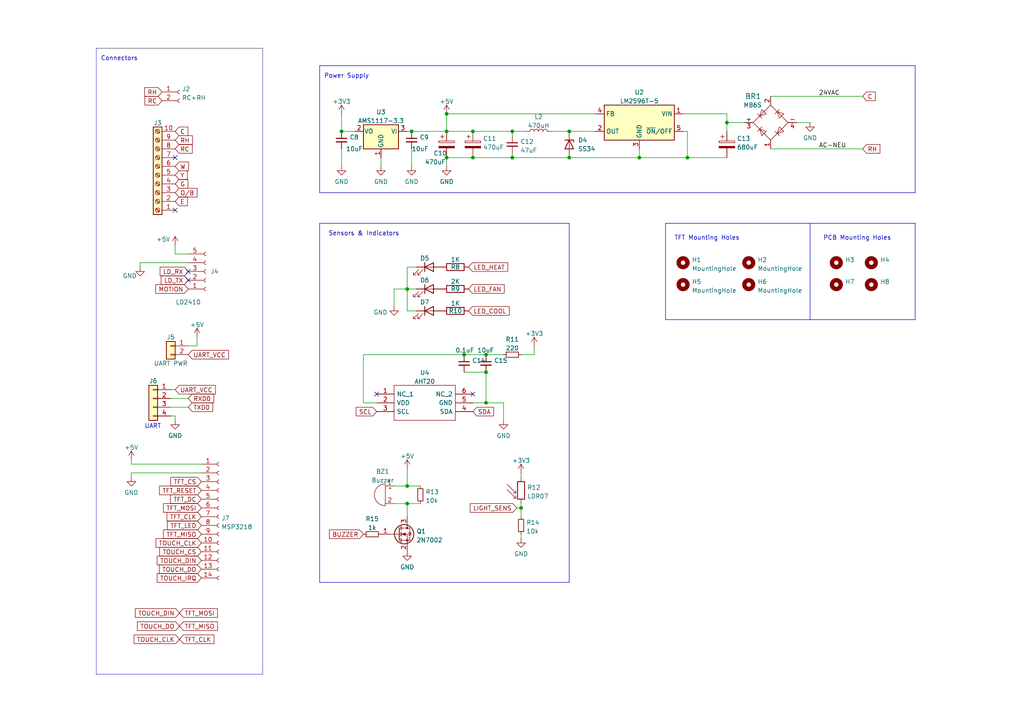
<source format=kicad_sch>
(kicad_sch (version 20250114) (generator "eeschema") (generator_version "9.0")
  (paper "A4")
  (title_block (title "Smart Thermostat") (date "2024-02-09") (rev "0.6.0") (company "Steve Meisner") (comment 1 "steve@meisners.net") (comment 2 "(C) 2024 Steven Meisner "))
  (lib_symbols
    (symbol "+3V3_1" (power) (pin_names (offset 0))
      (property "Value" "+3V3_1" (at 0 3.556 0))
      (symbol "+3V3_1_0_1"
        (polyline (pts (xy -0.762 1.27) (xy 0 2.54)))
        (polyline (pts (xy 0 2.54) (xy 0.762 1.27)))
        (polyline (pts (xy 0 0) (xy 0 2.54)))
      )
      (symbol "+3V3_1_1_1"
        (pin power_in line (at 0 0 90) (length 0) (hide yes) (name "+3V3") (number "1"))
      )
    )
    (symbol "Connector:Conn_01x02_Female" (pin_names (offset 1.016) (hide yes))
      (property "Reference" "J" (at 0 2.54 0))
      (property "Value" "Conn_01x02_Female" (at 0 -5.08 0))
      (symbol "Conn_01x02_Female_1_1"
        (polyline (pts (xy -1.27 0) (xy -0.508 0)) (stroke (width 0.1524)))
        (polyline (pts (xy -1.27 -2.54) (xy -0.508 -2.54)) (stroke (width 0.1524)))
        (arc (start 0 -0.508) (mid -0.5058 0) (end 0 0.508) (stroke (width 0.1524)))
        (arc (start 0 -3.048) (mid -0.5058 -2.54) (end 0 -2.032) (stroke (width 0.1524)))
        (pin passive line (at -5.08 0 0) (length 3.81) (name "Pin_1") (number "1"))
        (pin passive line (at -5.08 -2.54 0) (length 3.81) (name "Pin_2") (number "2"))
      )
    )
    (symbol "Connector:Conn_01x05_Female" (pin_names (offset 1.016) (hide yes))
      (property "Reference" "J" (at 0 7.62 0))
      (property "Value" "Conn_01x05_Female" (at 0 -7.62 0))
      (symbol "Conn_01x05_Female_1_1"
        (polyline (pts (xy -1.27 5.08) (xy -0.508 5.08)) (stroke (width 0.1524)))
        (polyline (pts (xy -1.27 2.54) (xy -0.508 2.54)) (stroke (width 0.1524)))
        (polyline (pts (xy -1.27 0) (xy -0.508 0)) (stroke (width 0.1524)))
        (polyline (pts (xy -1.27 -2.54) (xy -0.508 -2.54)) (stroke (width 0.1524)))
        (polyline (pts (xy -1.27 -5.08) (xy -0.508 -5.08)) (stroke (width 0.1524)))
        (arc (start 0 4.572) (mid -0.5058 5.08) (end 0 5.588) (stroke (width 0.1524)))
        (arc (start 0 2.032) (mid -0.5058 2.54) (end 0 3.048) (stroke (width 0.1524)))
        (arc (start 0 -0.508) (mid -0.5058 0) (end 0 0.508) (stroke (width 0.1524)))
        (arc (start 0 -3.048) (mid -0.5058 -2.54) (end 0 -2.032) (stroke (width 0.1524)))
        (arc (start 0 -5.588) (mid -0.5058 -5.08) (end 0 -4.572) (stroke (width 0.1524)))
        (pin passive line (at -5.08 5.08 0) (length 3.81) (name "Pin_1") (number "1"))
        (pin passive line (at -5.08 2.54 0) (length 3.81) (name "Pin_2") (number "2"))
        (pin passive line (at -5.08 0 0) (length 3.81) (name "Pin_3") (number "3"))
        (pin passive line (at -5.08 -2.54 0) (length 3.81) (name "Pin_4") (number "4"))
        (pin passive line (at -5.08 -5.08 0) (length 3.81) (name "Pin_5") (number "5"))
      )
    )
    (symbol "Connector:Conn_01x14_Female" (pin_names (offset 1.016) (hide yes))
      (property "Reference" "J" (at 0 17.78 0))
      (property "Value" "Conn_01x14_Female" (at 0 -20.32 0))
      (symbol "Conn_01x14_Female_1_1"
        (polyline (pts (xy -1.27 15.24) (xy -0.508 15.24)) (stroke (width 0.1524)))
        (polyline (pts (xy -1.27 12.7) (xy -0.508 12.7)) (stroke (width 0.1524)))
        (polyline (pts (xy -1.27 10.16) (xy -0.508 10.16)) (stroke (width 0.1524)))
        (polyline (pts (xy -1.27 7.62) (xy -0.508 7.62)) (stroke (width 0.1524)))
        (polyline (pts (xy -1.27 5.08) (xy -0.508 5.08)) (stroke (width 0.1524)))
        (polyline (pts (xy -1.27 2.54) (xy -0.508 2.54)) (stroke (width 0.1524)))
        (polyline (pts (xy -1.27 0) (xy -0.508 0)) (stroke (width 0.1524)))
        (polyline (pts (xy -1.27 -2.54) (xy -0.508 -2.54)) (stroke (width 0.1524)))
        (polyline (pts (xy -1.27 -5.08) (xy -0.508 -5.08)) (stroke (width 0.1524)))
        (polyline (pts (xy -1.27 -7.62) (xy -0.508 -7.62)) (stroke (width 0.1524)))
        (polyline (pts (xy -1.27 -10.16) (xy -0.508 -10.16)) (stroke (width 0.1524)))
        (polyline (pts (xy -1.27 -12.7) (xy -0.508 -12.7)) (stroke (width 0.1524)))
        (polyline (pts (xy -1.27 -15.24) (xy -0.508 -15.24)) (stroke (width 0.1524)))
        (polyline (pts (xy -1.27 -17.78) (xy -0.508 -17.78)) (stroke (width 0.1524)))
        (arc (start 0 14.732) (mid -0.5058 15.24) (end 0 15.748) (stroke (width 0.1524)))
        (arc (start 0 12.192) (mid -0.5058 12.7) (end 0 13.208) (stroke (width 0.1524)))
        (arc (start 0 9.652) (mid -0.5058 10.16) (end 0 10.668) (stroke (width 0.1524)))
        (arc (start 0 7.112) (mid -0.5058 7.62) (end 0 8.128) (stroke (width 0.1524)))
        (arc (start 0 4.572) (mid -0.5058 5.08) (end 0 5.588) (stroke (width 0.1524)))
        (arc (start 0 2.032) (mid -0.5058 2.54) (end 0 3.048) (stroke (width 0.1524)))
        (arc (start 0 -0.508) (mid -0.5058 0) (end 0 0.508) (stroke (width 0.1524)))
        (arc (start 0 -3.048) (mid -0.5058 -2.54) (end 0 -2.032) (stroke (width 0.1524)))
        (arc (start 0 -5.588) (mid -0.5058 -5.08) (end 0 -4.572) (stroke (width 0.1524)))
        (arc (start 0 -8.128) (mid -0.5058 -7.62) (end 0 -7.112) (stroke (width 0.1524)))
        (arc (start 0 -10.668) (mid -0.5058 -10.16) (end 0 -9.652) (stroke (width 0.1524)))
        (arc (start 0 -13.208) (mid -0.5058 -12.7) (end 0 -12.192) (stroke (width 0.1524)))
        (arc (start 0 -15.748) (mid -0.5058 -15.24) (end 0 -14.732) (stroke (width 0.1524)))
        (arc (start 0 -18.288) (mid -0.5058 -17.78) (end 0 -17.272) (stroke (width 0.1524)))
        (pin passive line (at -5.08 15.24 0) (length 3.81) (name "Pin_1") (number "1"))
        (pin passive line (at -5.08 12.7 0) (length 3.81) (name "Pin_2") (number "2"))
        (pin passive line (at -5.08 10.16 0) (length 3.81) (name "Pin_3") (number "3"))
        (pin passive line (at -5.08 7.62 0) (length 3.81) (name "Pin_4") (number "4"))
        (pin passive line (at -5.08 5.08 0) (length 3.81) (name "Pin_5") (number "5"))
        (pin passive line (at -5.08 2.54 0) (length 3.81) (name "Pin_6") (number "6"))
        (pin passive line (at -5.08 0 0) (length 3.81) (name "Pin_7") (number "7"))
        (pin passive line (at -5.08 -2.54 0) (length 3.81) (name "Pin_8") (number "8"))
        (pin passive line (at -5.08 -5.08 0) (length 3.81) (name "Pin_9") (number "9"))
        (pin passive line (at -5.08 -7.62 0) (length 3.81) (name "Pin_10") (number "10"))
        (pin passive line (at -5.08 -10.16 0) (length 3.81) (name "Pin_11") (number "11"))
        (pin passive line (at -5.08 -12.7 0) (length 3.81) (name "Pin_12") (number "12"))
        (pin passive line (at -5.08 -15.24 0) (length 3.81) (name "Pin_13") (number "13"))
        (pin passive line (at -5.08 -17.78 0) (length 3.81) (name "Pin_14") (number "14"))
      )
    )
    (symbol "Connector:Screw_Terminal_01x10" (pin_names (offset 1.016) (hide yes))
      (property "Reference" "J" (at 0 12.7 0))
      (property "Value" "Screw_Terminal_01x10" (at 0 -15.24 0))
      (symbol "Screw_Terminal_01x10_1_1"
        (rectangle (start -1.27 11.43) (end 1.27 -13.97) (stroke (width 0.254)) (fill (type background)))
        (polyline (pts (xy -0.5334 10.4902) (xy 0.3302 9.652)) (stroke (width 0.1524)))
        (polyline (pts (xy -0.5334 7.9502) (xy 0.3302 7.112)) (stroke (width 0.1524)))
        (polyline (pts (xy -0.5334 5.4102) (xy 0.3302 4.572)) (stroke (width 0.1524)))
        (polyline (pts (xy -0.5334 2.8702) (xy 0.3302 2.032)) (stroke (width 0.1524)))
        (polyline (pts (xy -0.5334 0.3302) (xy 0.3302 -0.508)) (stroke (width 0.1524)))
        (polyline (pts (xy -0.5334 -2.2098) (xy 0.3302 -3.048)) (stroke (width 0.1524)))
        (polyline (pts (xy -0.5334 -4.7498) (xy 0.3302 -5.588)) (stroke (width 0.1524)))
        (polyline (pts (xy -0.5334 -7.2898) (xy 0.3302 -8.128)) (stroke (width 0.1524)))
        (polyline (pts (xy -0.5334 -9.8298) (xy 0.3302 -10.668)) (stroke (width 0.1524)))
        (polyline (pts (xy -0.5334 -12.3698) (xy 0.3302 -13.208)) (stroke (width 0.1524)))
        (polyline (pts (xy -0.3556 10.668) (xy 0.508 9.8298)) (stroke (width 0.1524)))
        (polyline (pts (xy -0.3556 8.128) (xy 0.508 7.2898)) (stroke (width 0.1524)))
        (polyline (pts (xy -0.3556 5.588) (xy 0.508 4.7498)) (stroke (width 0.1524)))
        (polyline (pts (xy -0.3556 3.048) (xy 0.508 2.2098)) (stroke (width 0.1524)))
        (polyline (pts (xy -0.3556 0.508) (xy 0.508 -0.3302)) (stroke (width 0.1524)))
        (polyline (pts (xy -0.3556 -2.032) (xy 0.508 -2.8702)) (stroke (width 0.1524)))
        (polyline (pts (xy -0.3556 -4.572) (xy 0.508 -5.4102)) (stroke (width 0.1524)))
        (polyline (pts (xy -0.3556 -7.112) (xy 0.508 -7.9502)) (stroke (width 0.1524)))
        (polyline (pts (xy -0.3556 -9.652) (xy 0.508 -10.4902)) (stroke (width 0.1524)))
        (polyline (pts (xy -0.3556 -12.192) (xy 0.508 -13.0302)) (stroke (width 0.1524)))
        (circle (center 0 10.16) (radius 0.635) (stroke (width 0.1524)))
        (circle (center 0 7.62) (radius 0.635) (stroke (width 0.1524)))
        (circle (center 0 5.08) (radius 0.635) (stroke (width 0.1524)))
        (circle (center 0 2.54) (radius 0.635) (stroke (width 0.1524)))
        (circle (center 0 0) (radius 0.635) (stroke (width 0.1524)))
        (circle (center 0 -2.54) (radius 0.635) (stroke (width 0.1524)))
        (circle (center 0 -5.08) (radius 0.635) (stroke (width 0.1524)))
        (circle (center 0 -7.62) (radius 0.635) (stroke (width 0.1524)))
        (circle (center 0 -10.16) (radius 0.635) (stroke (width 0.1524)))
        (circle (center 0 -12.7) (radius 0.635) (stroke (width 0.1524)))
        (pin passive line (at -5.08 10.16 0) (length 3.81) (name "Pin_1") (number "1"))
        (pin passive line (at -5.08 7.62 0) (length 3.81) (name "Pin_2") (number "2"))
        (pin passive line (at -5.08 5.08 0) (length 3.81) (name "Pin_3") (number "3"))
        (pin passive line (at -5.08 2.54 0) (length 3.81) (name "Pin_4") (number "4"))
        (pin passive line (at -5.08 0 0) (length 3.81) (name "Pin_5") (number "5"))
        (pin passive line (at -5.08 -2.54 0) (length 3.81) (name "Pin_6") (number "6"))
        (pin passive line (at -5.08 -5.08 0) (length 3.81) (name "Pin_7") (number "7"))
        (pin passive line (at -5.08 -7.62 0) (length 3.81) (name "Pin_8") (number "8"))
        (pin passive line (at -5.08 -10.16 0) (length 3.81) (name "Pin_9") (number "9"))
        (pin passive line (at -5.08 -12.7 0) (length 3.81) (name "Pin_10") (number "10"))
      )
    )
    (symbol "Connector_Generic:Conn_01x02" (pin_names (offset 1.016) (hide yes))
      (property "Reference" "J" (at 0 2.54 0))
      (property "Value" "Conn_01x02" (at 0 -5.08 0))
      (symbol "Conn_01x02_1_1"
        (rectangle (start -1.27 1.27) (end 1.27 -3.81) (stroke (width 0.254)) (fill (type background)))
        (rectangle (start -1.27 0.127) (end 0 -0.127) (stroke (width 0.1524)))
        (rectangle (start -1.27 -2.413) (end 0 -2.667) (stroke (width 0.1524)))
        (pin passive line (at -5.08 0 0) (length 3.81) (name "Pin_1") (number "1"))
        (pin passive line (at -5.08 -2.54 0) (length 3.81) (name "Pin_2") (number "2"))
      )
    )
    (symbol "Connector_Generic:Conn_01x04" (pin_names (offset 1.016) (hide yes))
      (property "Reference" "J" (at 0 5.08 0))
      (property "Value" "Conn_01x04" (at 0 -7.62 0))
      (symbol "Conn_01x04_1_1"
        (rectangle (start -1.27 3.81) (end 1.27 -6.35) (stroke (width 0.254)) (fill (type background)))
        (rectangle (start -1.27 2.667) (end 0 2.413) (stroke (width 0.1524)))
        (rectangle (start -1.27 0.127) (end 0 -0.127) (stroke (width 0.1524)))
        (rectangle (start -1.27 -2.413) (end 0 -2.667) (stroke (width 0.1524)))
        (rectangle (start -1.27 -4.953) (end 0 -5.207) (stroke (width 0.1524)))
        (pin passive line (at -5.08 2.54 0) (length 3.81) (name "Pin_1") (number "1"))
        (pin passive line (at -5.08 0 0) (length 3.81) (name "Pin_2") (number "2"))
        (pin passive line (at -5.08 -2.54 0) (length 3.81) (name "Pin_3") (number "3"))
        (pin passive line (at -5.08 -5.08 0) (length 3.81) (name "Pin_4") (number "4"))
      )
    )
    (symbol "Custom Symbols:AHT20" (pin_names (offset 0.762))
      (property "Reference" "U" (at 24.13 7.62 0))
      (property "Value" "AHT20" (at 24.13 5.08 0))
      (symbol "AHT20_0_0"
        (pin passive line (at 0 0 0) (length 5.08) (name "NC_1") (number "1"))
        (pin passive line (at 0 -2.54 0) (length 5.08) (name "VDD") (number "2"))
        (pin passive line (at 0 -5.08 0) (length 5.08) (name "SCL") (number "3"))
        (pin passive line (at 27.94 0 180) (length 5.08) (name "NC_2") (number "6"))
        (pin passive line (at 27.94 -2.54 180) (length 5.08) (name "GND") (number "5"))
        (pin passive line (at 27.94 -5.08 180) (length 5.08) (name "SDA") (number "4"))
      )
      (symbol "AHT20_0_1"
        (polyline (pts (xy 5.08 2.54) (xy 22.86 2.54) (xy 22.86 -7.62) (xy 5.08 -7.62) (xy 5.08 2.54)) (stroke (width 0.1524)))
      )
    )
    (symbol "Device:Buzzer" (pin_names (offset 0.0254) (hide yes))
      (property "Reference" "BZ" (at 3.81 1.27 0))
      (property "Value" "Buzzer" (at 3.81 -1.27 0))
      (symbol "Buzzer_0_1"
        (polyline (pts (xy -1.651 1.905) (xy -1.143 1.905)))
        (polyline (pts (xy -1.397 2.159) (xy -1.397 1.651)))
        (arc (start 0 3.175) (mid 3.1612 0) (end 0 -3.175))
        (polyline (pts (xy 0 3.175) (xy 0 -3.175)))
      )
      (symbol "Buzzer_1_1"
        (pin passive line (at -2.54 2.54 0) (length 2.54) (name "-") (number "1"))
        (pin passive line (at -2.54 -2.54 0) (length 2.54) (name "+") (number "2"))
      )
    )
    (symbol "Device:C_Polarized" (pin_numbers (hide yes)) (pin_names (offset 0.254))
      (property "Reference" "C" (at 0.635 2.54 0))
      (property "Value" "C_Polarized" (at 0.635 -2.54 0))
      (symbol "C_Polarized_0_1"
        (rectangle (start -2.286 0.508) (end 2.286 1.016))
        (polyline (pts (xy -1.778 2.286) (xy -0.762 2.286)))
        (polyline (pts (xy -1.27 2.794) (xy -1.27 1.778)))
        (rectangle (start 2.286 -0.508) (end -2.286 -1.016) (fill (type outline)))
      )
      (symbol "C_Polarized_1_1"
        (pin passive line (at 0 3.81 270) (length 2.794) (name "~") (number "1"))
        (pin passive line (at 0 -3.81 90) (length 2.794) (name "~") (number "2"))
      )
    )
    (symbol "Device:C_Small" (pin_numbers (hide yes)) (pin_names (offset 0.254) (hide yes))
      (property "Reference" "C" (at 0.254 1.778 0))
      (property "Value" "C_Small" (at 0.254 -2.032 0))
      (symbol "C_Small_0_1"
        (polyline (pts (xy -1.524 0.508) (xy 1.524 0.508)) (stroke (width 0.3048)))
        (polyline (pts (xy -1.524 -0.508) (xy 1.524 -0.508)) (stroke (width 0.3302)))
      )
      (symbol "C_Small_1_1"
        (pin passive line (at 0 2.54 270) (length 2.032) (name "~") (number "1"))
        (pin passive line (at 0 -2.54 90) (length 2.032) (name "~") (number "2"))
      )
    )
    (symbol "Device:L" (pin_numbers (hide yes)) (pin_names (offset 1.016) (hide yes))
      (property "Reference" "L" (at -1.27 0 90))
      (property "Value" "L" (at 1.905 0 90))
      (symbol "L_0_1"
        (arc (start 0 2.54) (mid 0.6323 1.905) (end 0 1.27))
        (arc (start 0 1.27) (mid 0.6323 0.635) (end 0 0))
        (arc (start 0 0) (mid 0.6323 -0.635) (end 0 -1.27))
        (arc (start 0 -1.27) (mid 0.6323 -1.905) (end 0 -2.54))
      )
      (symbol "L_1_1"
        (pin passive line (at 0 3.81 270) (length 1.27) (name "1") (number "1"))
        (pin passive line (at 0 -3.81 90) (length 1.27) (name "2") (number "2"))
      )
    )
    (symbol "Device:LED" (pin_numbers (hide yes)) (pin_names (offset 1.016) (hide yes))
      (property "Reference" "D" (at 0 2.54 0))
      (property "Value" "LED" (at 0 -2.54 0))
      (symbol "LED_0_1"
        (polyline (pts (xy -3.048 -0.762) (xy -4.572 -2.286) (xy -3.81 -2.286) (xy -4.572 -2.286) (xy -4.572 -1.524)))
        (polyline (pts (xy -1.778 -0.762) (xy -3.302 -2.286) (xy -2.54 -2.286) (xy -3.302 -2.286) (xy -3.302 -1.524)))
        (polyline (pts (xy -1.27 0) (xy 1.27 0)))
        (polyline (pts (xy -1.27 -1.27) (xy -1.27 1.27)) (stroke (width 0.254)))
        (polyline (pts (xy 1.27 -1.27) (xy 1.27 1.27) (xy -1.27 0) (xy 1.27 -1.27)) (stroke (width 0.254)))
      )
      (symbol "LED_1_1"
        (pin passive line (at -3.81 0 0) (length 2.54) (name "K") (number "1"))
        (pin passive line (at 3.81 0 180) (length 2.54) (name "A") (number "2"))
      )
    )
    (symbol "Device:R" (pin_numbers (hide yes)) (pin_names (offset 0))
      (property "Reference" "R" (at 2.032 0 90))
      (property "Value" "R" (at 0 0 90))
      (symbol "R_0_1"
        (rectangle (start -1.016 -2.54) (end 1.016 2.54) (stroke (width 0.254)))
      )
      (symbol "R_1_1"
        (pin passive line (at 0 3.81 270) (length 1.27) (name "~") (number "1"))
        (pin passive line (at 0 -3.81 90) (length 1.27) (name "~") (number "2"))
      )
    )
    (symbol "Device:R_Small" (pin_numbers (hide yes)) (pin_names (offset 0.254) (hide yes))
      (property "Reference" "R" (at 0.762 0.508 0))
      (property "Value" "R_Small" (at 0.762 -1.016 0))
      (symbol "R_Small_0_1"
        (rectangle (start -0.762 1.778) (end 0.762 -1.778) (stroke (width 0.2032)))
      )
      (symbol "R_Small_1_1"
        (pin passive line (at 0 2.54 270) (length 0.762) (name "~") (number "1"))
        (pin passive line (at 0 -2.54 90) (length 0.762) (name "~") (number "2"))
      )
    )
    (symbol "Diode:1N47xxA" (pin_numbers (hide yes)) (pin_names (hide yes))
      (property "Reference" "D" (at 0 2.54 0))
      (property "Value" "1N47xxA" (at 0 -2.54 0))
      (symbol "1N47xxA_0_1"
        (polyline (pts (xy -1.27 -1.27) (xy -1.27 1.27) (xy -0.762 1.27)) (stroke (width 0.254)))
        (polyline (pts (xy 1.27 0) (xy -1.27 0)))
        (polyline (pts (xy 1.27 -1.27) (xy 1.27 1.27) (xy -1.27 0) (xy 1.27 -1.27)) (stroke (width 0.254)))
      )
      (symbol "1N47xxA_1_1"
        (pin passive line (at -3.81 0 0) (length 2.54) (name "K") (number "1"))
        (pin passive line (at 3.81 0 180) (length 2.54) (name "A") (number "2"))
      )
    )
    (symbol "Diode_Bridge:MB6S" (pin_names (offset 0))
      (property "Reference" "D" (at 2.54 6.985 0))
      (property "Value" "MB6S" (at 2.54 5.08 0))
      (symbol "MB6S_0_1"
        (polyline (pts (xy -5.08 0) (xy 0 -5.08) (xy 5.08 0) (xy 0 5.08) (xy -5.08 0)))
        (polyline (pts (xy -3.81 2.54) (xy -2.54 1.27) (xy -1.905 3.175) (xy -3.81 2.54)))
        (polyline (pts (xy -2.54 3.81) (xy -1.27 2.54)))
        (polyline (pts (xy -2.54 -1.27) (xy -3.81 -2.54) (xy -1.905 -3.175) (xy -2.54 -1.27)))
        (polyline (pts (xy -1.27 -2.54) (xy -2.54 -3.81)))
        (polyline (pts (xy 1.27 2.54) (xy 2.54 3.81) (xy 3.175 1.905) (xy 1.27 2.54)))
        (polyline (pts (xy 2.54 1.27) (xy 3.81 2.54)))
        (polyline (pts (xy 2.54 -1.27) (xy 3.81 -2.54)))
        (polyline (pts (xy 3.175 -1.905) (xy 1.27 -2.54) (xy 2.54 -3.81) (xy 3.175 -1.905)))
      )
      (symbol "MB6S_1_1"
        (pin passive line (at -7.62 0 0) (length 2.54) (name "-") (number "4"))
        (pin passive line (at 0 7.62 270) (length 2.54) (name "~") (number "2"))
        (pin passive line (at 0 -7.62 90) (length 2.54) (name "~") (number "1"))
        (pin passive line (at 7.62 0 180) (length 2.54) (name "+") (number "3"))
      )
    )
    (symbol "Mechanical:MountingHole" (pin_numbers (hide yes)) (pin_names (offset 1.016) (hide yes))
      (property "Reference" "H" (at 0 5.08 0))
      (property "Value" "MountingHole" (at 0 3.175 0))
      (symbol "MountingHole_0_1"
        (circle (center 0 0) (radius 1.27) (stroke (width 1.27)))
      )
    )
    (symbol "Regulator_Linear:AMS1117-3.3" (pin_names (offset 0.254))
      (property "Reference" "U" (at -3.81 3.175 0))
      (property "Value" "AMS1117-3.3" (at 0 3.175 0))
      (symbol "AMS1117-3.3_0_1"
        (rectangle (start -5.08 -5.08) (end 5.08 1.905) (stroke (width 0.254)) (fill (type background)))
      )
      (symbol "AMS1117-3.3_1_1"
        (pin power_in line (at -7.62 0 0) (length 2.54) (name "VI") (number "3"))
        (pin power_in line (at 0 -7.62 90) (length 2.54) (name "GND") (number "1"))
        (pin power_out line (at 7.62 0 180) (length 2.54) (name "VO") (number "2"))
      )
    )
    (symbol "Regulator_Switching:LM2596T-5"
      (property "Reference" "U" (at -10.16 6.35 0))
      (property "Value" "LM2596T-5" (at 0 6.35 0))
      (symbol "LM2596T-5_0_1"
        (rectangle (start -10.16 5.08) (end 10.16 -5.08) (stroke (width 0.254)) (fill (type background)))
      )
      (symbol "LM2596T-5_1_1"
        (pin power_in line (at -12.7 2.54 0) (length 2.54) (name "VIN") (number "1"))
        (pin input line (at -12.7 -2.54 0) (length 2.54) (name "~{ON}/OFF") (number "5"))
        (pin power_in line (at 0 -7.62 90) (length 2.54) (name "GND") (number "3"))
        (pin input line (at 12.7 2.54 180) (length 2.54) (name "FB") (number "4"))
        (pin output line (at 12.7 -2.54 180) (length 2.54) (name "OUT") (number "2"))
      )
    )
    (symbol "Sensor_Optical:LDR07" (pin_numbers (hide yes)) (pin_names (offset 0))
      (property "Reference" "R" (at -5.08 0 90))
      (property "Value" "LDR07" (at 1.905 0 90))
      (symbol "LDR07_0_1"
        (polyline (pts (xy -1.524 -0.762) (xy -4.064 1.778)))
        (polyline (pts (xy -1.524 -0.762) (xy -2.286 -0.762)))
        (polyline (pts (xy -1.524 -0.762) (xy -1.524 0)))
        (polyline (pts (xy -1.524 -2.286) (xy -4.064 0.254)))
        (polyline (pts (xy -1.524 -2.286) (xy -2.286 -2.286)))
        (polyline (pts (xy -1.524 -2.286) (xy -1.524 -1.524)))
        (rectangle (start -1.016 2.54) (end 1.016 -2.54) (stroke (width 0.254)))
      )
      (symbol "LDR07_1_1"
        (pin passive line (at 0 3.81 270) (length 1.27) (name "~") (number "1"))
        (pin passive line (at 0 -3.81 90) (length 1.27) (name "~") (number "2"))
      )
    )
    (symbol "Transistor_FET:2N7002" (pin_names (hide yes))
      (property "Reference" "Q" (at 5.08 1.905 0))
      (property "Value" "2N7002" (at 5.08 0 0))
      (symbol "2N7002_0_1"
        (polyline (pts (xy 0.254 1.905) (xy 0.254 -1.905)) (stroke (width 0.254)))
        (polyline (pts (xy 0.254 0) (xy -2.54 0)))
        (polyline (pts (xy 0.762 2.286) (xy 0.762 1.27)) (stroke (width 0.254)))
        (polyline (pts (xy 0.762 0.508) (xy 0.762 -0.508)) (stroke (width 0.254)))
        (polyline (pts (xy 0.762 -1.27) (xy 0.762 -2.286)) (stroke (width 0.254)))
        (polyline (pts (xy 0.762 -1.778) (xy 3.302 -1.778) (xy 3.302 1.778) (xy 0.762 1.778)))
        (polyline (pts (xy 1.016 0) (xy 2.032 0.381) (xy 2.032 -0.381) (xy 1.016 0)) (fill (type outline)))
        (circle (center 1.651 0) (radius 2.794) (stroke (width 0.254)))
        (polyline (pts (xy 2.54 2.54) (xy 2.54 1.778)))
        (circle (center 2.54 1.778) (radius 0.254) (fill (type outline)))
        (circle (center 2.54 -1.778) (radius 0.254) (fill (type outline)))
        (polyline (pts (xy 2.54 -2.54) (xy 2.54 0) (xy 0.762 0)))
        (polyline (pts (xy 2.794 0.508) (xy 2.921 0.381) (xy 3.683 0.381) (xy 3.81 0.254)))
        (polyline (pts (xy 3.302 0.381) (xy 2.921 -0.254) (xy 3.683 -0.254) (xy 3.302 0.381)))
      )
      (symbol "2N7002_1_1"
        (pin input line (at -5.08 0 0) (length 2.54) (name "G") (number "1"))
        (pin passive line (at 2.54 5.08 270) (length 2.54) (name "D") (number "3"))
        (pin passive line (at 2.54 -5.08 90) (length 2.54) (name "S") (number "2"))
      )
    )
    (symbol "power:+3V3" (power) (pin_names (offset 0))
      (property "Value" "+3V3" (at 0 3.556 0))
      (symbol "+3V3_0_1"
        (polyline (pts (xy -0.762 1.27) (xy 0 2.54)))
        (polyline (pts (xy 0 2.54) (xy 0.762 1.27)))
        (polyline (pts (xy 0 0) (xy 0 2.54)))
      )
      (symbol "+3V3_1_1"
        (pin power_in line (at 0 0 90) (length 0) (hide yes) (name "+3V3") (number "1"))
      )
    )
    (symbol "power:+5V" (power) (pin_names (offset 0))
      (property "Value" "+5V" (at 0 3.556 0))
      (symbol "+5V_0_1"
        (polyline (pts (xy -0.762 1.27) (xy 0 2.54)))
        (polyline (pts (xy 0 2.54) (xy 0.762 1.27)))
        (polyline (pts (xy 0 0) (xy 0 2.54)))
      )
      (symbol "+5V_1_1"
        (pin power_in line (at 0 0 90) (length 0) (hide yes) (name "+5V") (number "1"))
      )
    )
    (symbol "power:GND" (power) (pin_names (offset 0))
      (property "Value" "GND" (at 0 -3.81 0))
      (symbol "GND_0_1"
        (polyline (pts (xy 0 0) (xy 0 -1.27) (xy 1.27 -1.27) (xy 0 -2.54) (xy -1.27 -1.27) (xy 0 -1.27)))
      )
      (symbol "GND_1_1"
        (pin power_in line (at 0 0 270) (length 0) (hide yes) (name "GND") (number "1"))
      )
    )
  )
  (text "UART" (at 41.91 124.46 0) (effects (font (size 1.27 1.27)) (justify left bottom)))
  (text "PCB Mounting Holes" (at 238.76 69.85 0) (effects (font (size 1.27 1.27)) (justify left bottom)))
  (text "Power Supply" (at 93.98 22.86 0) (effects (font (size 1.27 1.27)) (justify left bottom)))
  (text "TFT Mounting Holes" (at 195.58 69.85 0) (effects (font (size 1.27 1.27)) (justify left bottom)))
  (text "Connectors" (at 29.21 17.78 0) (effects (font (size 1.27 1.27)) (justify left bottom)))
  (text "Sensors & Indicators" (at 95.25 68.58 0) (effects (font (size 1.27 1.27)) (justify left bottom)))
  (junction (at 119.38 38.1))
  (junction (at 148.59 38.1))
  (junction (at 134.62 102.87))
  (junction (at 118.11 146.05))
  (junction (at 140.97 107.95))
  (junction (at 140.97 116.84))
  (junction (at 199.39 45.72))
  (junction (at 118.11 83.82))
  (junction (at 140.97 102.87))
  (junction (at 137.16 45.72))
  (junction (at 129.54 45.72))
  (junction (at 165.1 38.1))
  (junction (at 165.1 45.72))
  (junction (at 99.06 38.1))
  (junction (at 137.16 38.1))
  (junction (at 185.42 45.72))
  (junction (at 129.54 38.1))
  (junction (at 210.82 35.56))
  (junction (at 129.54 33.02))
  (junction (at 118.11 140.97))
  (junction (at 151.13 147.32))
  (junction (at 148.59 45.72))
  (no_connect (at 54.61 81.28))
  (no_connect (at 54.61 78.74))
  (no_connect (at 109.22 114.3))
  (no_connect (at 50.8 60.96))
  (no_connect (at 137.16 114.3))
  (no_connect (at 50.8 45.72))
  (wire (pts (xy 223.52 27.94) (xy 250.19 27.94)))
  (wire (pts (xy 49.53 120.65) (xy 50.8 120.65)))
  (wire (pts (xy 38.1 134.62) (xy 58.42 134.62)))
  (wire (pts (xy 105.41 116.84) (xy 109.22 116.84)))
  (wire (pts (xy 118.11 90.17) (xy 118.11 83.82)))
  (wire (pts (xy 50.8 73.66) (xy 50.8 71.12)))
  (polyline (pts (xy 92.71 168.91) (xy 165.1 168.91)) (stroke (width 0) (type solid)))
  (wire (pts (xy 134.62 102.87) (xy 105.41 102.87)))
  (wire (pts (xy 149.86 147.32) (xy 151.13 147.32)))
  (wire (pts (xy 151.13 154.94) (xy 151.13 156.21)))
  (polyline (pts (xy 92.71 19.05) (xy 265.43 19.05)) (stroke (width 0) (type solid)))
  (wire (pts (xy 120.65 77.47) (xy 118.11 77.47)))
  (wire (pts (xy 99.06 43.18) (xy 99.06 48.26)))
  (wire (pts (xy 140.97 102.87) (xy 146.05 102.87)))
  (wire (pts (xy 148.59 45.72) (xy 165.1 45.72)))
  (wire (pts (xy 151.13 102.87) (xy 154.94 102.87)))
  (wire (pts (xy 49.53 113.03) (xy 50.8 113.03)))
  (wire (pts (xy 210.82 35.56) (xy 215.9 35.56)))
  (wire (pts (xy 199.39 45.72) (xy 210.82 45.72)))
  (polyline (pts (xy 193.04 64.77) (xy 265.43 64.77)) (stroke (width 0) (type solid)))
  (wire (pts (xy 49.53 118.11) (xy 54.61 118.11)))
  (polyline (pts (xy 265.43 64.77) (xy 265.43 92.71)) (stroke (width 0) (type solid)))
  (wire (pts (xy 231.14 35.56) (xy 234.95 35.56)))
  (polyline (pts (xy 165.1 168.91) (xy 165.1 64.77)) (stroke (width 0) (type solid)))
  (wire (pts (xy 105.41 102.87) (xy 105.41 116.84)))
  (wire (pts (xy 38.1 133.35) (xy 38.1 134.62)))
  (polyline (pts (xy 27.94 13.97) (xy 27.94 195.58)) (stroke (width 0.1) (type solid)))
  (wire (pts (xy 129.54 45.72) (xy 129.54 48.26)))
  (wire (pts (xy 54.61 73.66) (xy 50.8 73.66)))
  (wire (pts (xy 140.97 116.84) (xy 146.05 116.84)))
  (polyline (pts (xy 76.2 13.97) (xy 76.2 195.58)) (stroke (width 0.1) (type solid)))
  (wire (pts (xy 40.64 77.47) (xy 40.64 76.2)))
  (wire (pts (xy 118.11 146.05) (xy 121.92 146.05)))
  (wire (pts (xy 140.97 116.84) (xy 137.16 116.84)))
  (wire (pts (xy 49.53 115.57) (xy 54.61 115.57)))
  (wire (pts (xy 134.62 102.87) (xy 140.97 102.87)))
  (wire (pts (xy 134.62 107.95) (xy 140.97 107.95)))
  (wire (pts (xy 198.12 33.02) (xy 210.82 33.02)))
  (wire (pts (xy 118.11 83.82) (xy 120.65 83.82)))
  (polyline (pts (xy 92.71 19.05) (xy 92.71 55.88)) (stroke (width 0) (type solid)))
  (wire (pts (xy 114.3 83.82) (xy 114.3 88.9)))
  (polyline (pts (xy 92.71 64.77) (xy 92.71 168.91)) (stroke (width 0) (type solid)))
  (wire (pts (xy 198.12 38.1) (xy 199.39 38.1)))
  (wire (pts (xy 199.39 38.1) (xy 199.39 45.72)))
  (wire (pts (xy 129.54 45.72) (xy 137.16 45.72)))
  (wire (pts (xy 148.59 44.45) (xy 148.59 45.72)))
  (polyline (pts (xy 27.94 13.97) (xy 76.2 13.97)) (stroke (width 0.1) (type solid) (color 0 0 0 1)))
  (wire (pts (xy 160.02 38.1) (xy 165.1 38.1)))
  (wire (pts (xy 148.59 38.1) (xy 148.59 39.37)))
  (wire (pts (xy 210.82 33.02) (xy 210.82 35.56)))
  (wire (pts (xy 154.94 102.87) (xy 154.94 100.33)))
  (wire (pts (xy 114.3 83.82) (xy 118.11 83.82)))
  (wire (pts (xy 151.13 137.16) (xy 151.13 138.43)))
  (wire (pts (xy 119.38 38.1) (xy 129.54 38.1)))
  (polyline (pts (xy 92.71 64.77) (xy 165.1 64.77)) (stroke (width 0) (type solid)))
  (polyline (pts (xy 193.04 92.71) (xy 265.43 92.71)) (stroke (width 0) (type solid)))
  (wire (pts (xy 223.52 43.18) (xy 250.19 43.18)))
  (wire (pts (xy 165.1 45.72) (xy 185.42 45.72)))
  (wire (pts (xy 110.49 45.72) (xy 110.49 48.26)))
  (wire (pts (xy 57.15 100.33) (xy 54.61 100.33)))
  (wire (pts (xy 129.54 38.1) (xy 137.16 38.1)))
  (wire (pts (xy 137.16 38.1) (xy 148.59 38.1)))
  (wire (pts (xy 151.13 147.32) (xy 151.13 149.86)))
  (wire (pts (xy 129.54 38.1) (xy 129.54 33.02)))
  (wire (pts (xy 118.11 38.1) (xy 119.38 38.1)))
  (polyline (pts (xy 193.04 64.77) (xy 193.04 92.71)) (stroke (width 0) (type solid)))
  (wire (pts (xy 118.11 140.97) (xy 121.92 140.97)))
  (polyline (pts (xy 265.43 55.88) (xy 92.71 55.88)) (stroke (width 0) (type solid)))
  (wire (pts (xy 165.1 38.1) (xy 172.72 38.1)))
  (wire (pts (xy 118.11 135.89) (xy 118.11 140.97)))
  (wire (pts (xy 40.64 76.2) (xy 54.61 76.2)))
  (wire (pts (xy 185.42 45.72) (xy 185.42 43.18)))
  (wire (pts (xy 185.42 45.72) (xy 199.39 45.72)))
  (wire (pts (xy 120.65 90.17) (xy 118.11 90.17)))
  (polyline (pts (xy 76.2 195.58) (xy 27.94 195.58)) (stroke (width 0.1) (type solid)))
  (wire (pts (xy 151.13 146.05) (xy 151.13 147.32)))
  (wire (pts (xy 119.38 43.18) (xy 119.38 48.26)))
  (wire (pts (xy 57.15 97.79) (xy 57.15 100.33)))
  (polyline (pts (xy 265.43 19.05) (xy 265.43 55.88)) (stroke (width 0) (type solid)))
  (wire (pts (xy 50.8 120.65) (xy 50.8 121.92)))
  (wire (pts (xy 118.11 77.47) (xy 118.11 83.82)))
  (wire (pts (xy 129.54 33.02) (xy 172.72 33.02)))
  (polyline (pts (xy 234.95 64.77) (xy 234.95 92.71)) (stroke (width 0) (type solid)))
  (wire (pts (xy 114.3 146.05) (xy 118.11 146.05)))
  (wire (pts (xy 99.06 38.1) (xy 99.06 33.02)))
  (wire (pts (xy 102.87 38.1) (xy 99.06 38.1)))
  (wire (pts (xy 137.16 45.72) (xy 148.59 45.72)))
  (wire (pts (xy 210.82 35.56) (xy 210.82 38.1)))
  (wire (pts (xy 118.11 140.97) (xy 114.3 140.97)))
  (wire (pts (xy 140.97 107.95) (xy 140.97 116.84)))
  (wire (pts (xy 38.1 137.16) (xy 58.42 137.16)))
  (wire (pts (xy 148.59 38.1) (xy 152.4 38.1)))
  (wire (pts (xy 118.11 146.05) (xy 118.11 149.86)))
  (wire (pts (xy 146.05 116.84) (xy 146.05 121.92)))
  (wire (pts (xy 38.1 138.43) (xy 38.1 137.16)))
  (label "24VAC" (at 237.49 27.94 0))
  (label "AC-NEU" (at 237.49 43.18 0))
  (global_label "SDA" (shape input) (at 137.16 119.38 0) (property "Intersheetrefs" "${INTERSHEET_REFS}" (effects (hide yes))))
  (global_label "TFT_LED" (shape input) (at 58.42 152.4 180) (property "Intersheetrefs" "${INTERSHEET_REFS}" (effects (hide yes))))
  (global_label "TOUCH_IRQ" (shape input) (at 58.42 167.64 180) (property "Intersheetrefs" "${INTERSHEET_REFS}" (effects (hide yes))))
  (global_label "LED_HEAT" (shape input) (at 135.89 77.47 0) (property "Intersheetrefs" "${INTERSHEET_REFS}" (effects (hide yes))))
  (global_label "TFT_MOSI" (shape input) (at 58.42 147.32 180) (property "Intersheetrefs" "${INTERSHEET_REFS}" (effects (hide yes))))
  (global_label "LD_TX" (shape input) (at 54.61 81.28 180) (property "Intersheetrefs" "${INTERSHEET_REFS}" (effects (hide yes))))
  (global_label "C" (shape input) (at 50.8 38.1 0) (property "Intersheetrefs" "${INTERSHEET_REFS}" (effects (hide yes))))
  (global_label "SCL" (shape input) (at 109.22 119.38 180) (property "Intersheetrefs" "${INTERSHEET_REFS}" (effects (hide yes))))
  (global_label "MOTION" (shape input) (at 54.61 83.82 180) (property "Intersheetrefs" "${INTERSHEET_REFS}" (effects (hide yes))))
  (global_label "RC" (shape input) (at 50.8 43.18 0) (property "Intersheetrefs" "${INTERSHEET_REFS}" (effects (hide yes))))
  (global_label "E" (shape input) (at 50.8 58.42 0) (property "Intersheetrefs" "${INTERSHEET_REFS}" (effects (hide yes))))
  (global_label "Y" (shape input) (at 50.8 50.8 0) (property "Intersheetrefs" "${INTERSHEET_REFS}" (effects (hide yes))))
  (global_label "TOUCH_CS" (shape input) (at 58.42 160.02 180) (property "Intersheetrefs" "${INTERSHEET_REFS}" (effects (hide yes))))
  (global_label "TOUCH_DO" (shape input) (at 58.42 165.1 180) (property "Intersheetrefs" "${INTERSHEET_REFS}" (effects (hide yes))))
  (global_label "TFT_MISO" (shape input) (at 58.42 154.94 180) (property "Intersheetrefs" "${INTERSHEET_REFS}" (effects (hide yes))))
  (global_label "TFT_CS" (shape input) (at 58.42 139.7 180) (property "Intersheetrefs" "${INTERSHEET_REFS}" (effects (hide yes))))
  (global_label "TOUCH_DO" (shape input) (at 52.07 181.61 180) (property "Intersheetrefs" "${INTERSHEET_REFS}" (effects (hide yes))))
  (global_label "TOUCH_CLK" (shape input) (at 52.07 185.42 180) (property "Intersheetrefs" "${INTERSHEET_REFS}" (effects (hide yes))))
  (global_label "TFT_DC" (shape input) (at 58.42 144.78 180) (property "Intersheetrefs" "${INTERSHEET_REFS}" (effects (hide yes))))
  (global_label "O{slash}B" (shape input) (at 50.8 55.88 0) (property "Intersheetrefs" "${INTERSHEET_REFS}" (effects (hide yes))))
  (global_label "RH" (shape input) (at 46.99 26.67 180) (property "Intersheetrefs" "${INTERSHEET_REFS}" (effects (hide yes))))
  (global_label "TFT_MOSI" (shape input) (at 52.07 177.8 0) (property "Intersheetrefs" "${INTERSHEET_REFS}" (effects (hide yes))))
  (global_label "RC" (shape input) (at 46.99 29.21 180) (property "Intersheetrefs" "${INTERSHEET_REFS}" (effects (hide yes))))
  (global_label "LIGHT_SENS" (shape input) (at 149.86 147.32 180) (property "Intersheetrefs" "${INTERSHEET_REFS}" (effects (hide yes))))
  (global_label "TFT_CLK" (shape input) (at 58.42 149.86 180) (property "Intersheetrefs" "${INTERSHEET_REFS}" (effects (hide yes))))
  (global_label "TFT_RESET" (shape input) (at 58.42 142.24 180) (property "Intersheetrefs" "${INTERSHEET_REFS}" (effects (hide yes))))
  (global_label "G" (shape input) (at 50.8 53.34 0) (property "Intersheetrefs" "${INTERSHEET_REFS}" (effects (hide yes))))
  (global_label "TXD0" (shape input) (at 54.61 118.11 0) (property "Intersheetrefs" "${INTERSHEET_REFS}" (effects (hide yes))))
  (global_label "TOUCH_CLK" (shape input) (at 58.42 157.48 180) (property "Intersheetrefs" "${INTERSHEET_REFS}" (effects (hide yes))))
  (global_label "TFT_CLK" (shape input) (at 52.07 185.42 0) (property "Intersheetrefs" "${INTERSHEET_REFS}" (effects (hide yes))))
  (global_label "C" (shape input) (at 250.19 27.94 0) (property "Intersheetrefs" "${INTERSHEET_REFS}" (effects (hide yes))))
  (global_label "LED_COOL" (shape input) (at 135.89 90.17 0) (property "Intersheetrefs" "${INTERSHEET_REFS}" (effects (hide yes))))
  (global_label "LD_RX" (shape input) (at 54.61 78.74 180) (property "Intersheetrefs" "${INTERSHEET_REFS}" (effects (hide yes))))
  (global_label "TOUCH_DIN" (shape input) (at 58.42 162.56 180) (property "Intersheetrefs" "${INTERSHEET_REFS}" (effects (hide yes))))
  (global_label "RH" (shape input) (at 50.8 40.64 0) (property "Intersheetrefs" "${INTERSHEET_REFS}" (effects (hide yes))))
  (global_label "TFT_MISO" (shape input) (at 52.07 181.61 0) (property "Intersheetrefs" "${INTERSHEET_REFS}" (effects (hide yes))))
  (global_label "UART_VCC" (shape input) (at 50.8 113.03 0) (property "Intersheetrefs" "${INTERSHEET_REFS}" (effects (hide yes))))
  (global_label "W" (shape input) (at 50.8 48.26 0) (property "Intersheetrefs" "${INTERSHEET_REFS}" (effects (hide yes))))
  (global_label "BUZZER" (shape input) (at 105.41 154.94 180) (property "Intersheetrefs" "${INTERSHEET_REFS}" (effects (hide yes))))
  (global_label "LED_FAN" (shape input) (at 135.89 83.82 0) (property "Intersheetrefs" "${INTERSHEET_REFS}" (effects (hide yes))))
  (global_label "TOUCH_DIN" (shape input) (at 52.07 177.8 180) (property "Intersheetrefs" "${INTERSHEET_REFS}" (effects (hide yes))))
  (global_label "RH" (shape input) (at 250.19 43.18 0) (property "Intersheetrefs" "${INTERSHEET_REFS}" (effects (hide yes))))
  (global_label "UART_VCC" (shape input) (at 54.61 102.87 0) (property "Intersheetrefs" "${INTERSHEET_REFS}" (effects (hide yes))))
  (global_label "RXD0" (shape input) (at 54.61 115.57 0) (property "Intersheetrefs" "${INTERSHEET_REFS}" (effects (hide yes))))
  (symbol (lib_id "power:GND") (at 129.54 48.26 0) (unit 1)
    (property "Reference" "#PWR024" (effects (hide yes)))
    (property "Value" "GND" (at 129.54 52.7034 0))
  )
  (symbol (lib_id "Mechanical:MountingHole") (at 217.17 82.55 0) (unit 1) (in_bom no)
    (property "Reference" "H6" (at 219.71 81.7153 0) (effects (justify left)))
    (property "Value" "MountingHole" (at 219.71 84.2522 0) (effects (justify left)))
    (property "Footprint" "MountingHole:MountingHole_2.7mm_M2.5" (effects (hide yes)))
  )
  (symbol (lib_id "Device:C_Small") (at 148.59 41.91 0) (unit 1)
    (property "Reference" "C12" (at 150.9141 41.0816 0) (effects (justify left)))
    (property "Value" "47uF" (at 150.9141 43.6185 0) (effects (justify left)))
    (property "Footprint" "Capacitor_SMD:CP_Elec_6.3x7.7" (effects (hide yes)))
    (property "LCSC" "C2164444" (effects (hide yes)))
    (property "Part Number" "16THV47M6.3X8" (effects (hide yes)))
  )
  (symbol (lib_id "Transistor_FET:2N7002") (at 115.57 154.94 0) (unit 1)
    (property "Reference" "Q1" (at 120.777 154.1053 0) (effects (justify left)))
    (property "Value" "2N7002" (at 120.777 156.6422 0) (effects (justify left)))
    (property "Footprint" "Package_TO_SOT_SMD:SOT-23" (effects (hide yes)))
    (property "Datasheet" "https://www.onsemi.com/pub/Collateral/NDS7002A-D.PDF" (effects (hide yes)))
    (property "LCSC" "C8545" (effects (hide yes)))
  )
  (symbol (lib_id "Connector:Conn_01x05_Female") (at 59.69 78.74 0) (mirror x) (unit 1)
    (property "Reference" "J4" (at 62.23 78.74 0))
    (property "Value" "LD2410" (at 54.61 87.63 0))
    (property "Footprint" "Connector_PinSocket_1.27mm:PinSocket_1x05_P1.27mm_Vertical_SMD_Pin1Right" (effects (hide yes)))
    (property "LCSC" "C2881514" (effects (hide yes)))
  )
  (symbol (lib_id "power:GND") (at 114.3 88.9 0) (mirror y) (unit 1)
    (property "Reference" "#PWR027" (effects (hide yes)))
    (property "Value" "GND" (at 112.395 90.6038 0) (effects (justify left)))
  )
  (symbol (lib_id "power:+3V3") (at 151.13 137.16 0) (unit 1)
    (property "Reference" "#PWR034" (effects (hide yes)))
    (property "Value" "+3V3" (at 151.13 133.5842 0))
  )
  (symbol (lib_id "power:GND") (at 146.05 121.92 0) (unit 1)
    (property "Reference" "#PWR031" (effects (hide yes)))
    (property "Value" "GND" (at 146.05 126.3634 0))
  )
  (symbol (lib_name "+3V3_1") (lib_id "power:+3V3") (at 99.06 33.02 0) (unit 1)
    (property "Reference" "#PWR018" (effects (hide yes)))
    (property "Value" "+3V3" (at 99.06 29.4442 0))
  )
  (symbol (lib_id "Mechanical:MountingHole") (at 198.12 76.2 0) (unit 1) (in_bom no)
    (property "Reference" "H1" (at 200.66 75.3653 0) (effects (justify left)))
    (property "Value" "MountingHole" (at 200.66 77.9022 0) (effects (justify left)))
    (property "Footprint" "MountingHole:MountingHole_2.7mm_M2.5" (effects (hide yes)))
  )
  (symbol (lib_id "power:GND") (at 38.1 138.43 0) (unit 1)
    (property "Reference" "#PWR035" (effects (hide yes)))
    (property "Value" "GND" (at 38.1 142.8734 0))
  )
  (symbol (lib_id "Device:C_Small") (at 99.06 40.64 0) (unit 1)
    (property "Reference" "C8" (at 101.3841 39.8116 0) (effects (justify left)))
    (property "Value" "10uF" (at 100.33 43.18 0) (effects (justify left)))
    (property "Footprint" "Capacitor_SMD:C_0603_1608Metric" (effects (hide yes)))
    (property "LCSC" "C96446" (effects (hide yes)))
  )
  (symbol (lib_id "power:GND") (at 50.8 121.92 0) (unit 1)
    (property "Reference" "#PWR030" (effects (hide yes)))
    (property "Value" "GND" (at 50.8 126.3634 0))
  )
  (symbol (lib_id "Device:LED") (at 124.46 77.47 0) (unit 1)
    (property "Reference" "D5" (at 123.19 74.93 0))
    (property "Value" "LED" (effects (hide yes)))
    (property "Footprint" "LED_SMD:LED_0805_2012Metric" (effects (hide yes)))
    (property "LCSC" "C130114" (effects (hide yes)))
  )
  (symbol (lib_id "power:GND") (at 151.13 156.21 0) (unit 1)
    (property "Reference" "#PWR036" (effects (hide yes)))
    (property "Value" "GND" (at 151.13 160.6534 0))
  )
  (symbol (lib_id "Regulator_Switching:LM2596T-5") (at 185.42 35.56 0) (mirror y) (unit 1)
    (property "Reference" "U2" (at 185.42 26.7802 0))
    (property "Value" "LM2596T-5" (at 185.42 29.3171 0))
    (property "Footprint" "Package_TO_SOT_SMD:TO-263-5_TabPin3" (effects (hide yes)))
    (property "Datasheet" "http://www.ti.com/lit/ds/symlink/lm2596.pdf" (effects (hide yes)))
    (property "LCSC" "C41906" (effects (hide yes)))
  )
  (symbol (lib_id "Mechanical:MountingHole") (at 252.73 82.55 0) (unit 1) (in_bom no)
    (property "Reference" "H8" (at 255.27 81.7153 0) (effects (justify left)))
    (property "Value" "MountingHole" (effects (hide yes)))
    (property "Footprint" "MountingHole:MountingHole_2.7mm_M2.5" (effects (hide yes)))
  )
  (symbol (lib_id "Device:R_Small") (at 148.59 102.87 90) (unit 1)
    (property "Reference" "R11" (at 148.59 98.4336 90))
    (property "Value" "220" (at 148.59 100.9705 90))
    (property "Footprint" "Resistor_SMD:R_0603_1608Metric" (effects (hide yes)))
    (property "LCSC" "C22962" (effects (hide yes)))
  )
  (symbol (lib_id "Mechanical:MountingHole") (at 242.57 82.55 0) (unit 1) (in_bom no)
    (property "Reference" "H7" (at 245.11 81.7153 0) (effects (justify left)))
    (property "Value" "MountingHole" (effects (hide yes)))
    (property "Footprint" "MountingHole:MountingHole_2.7mm_M2.5" (effects (hide yes)))
  )
  (symbol (lib_id "power:GND") (at 118.11 160.02 0) (unit 1)
    (property "Reference" "#PWR037" (effects (hide yes)))
    (property "Value" "GND" (at 118.11 164.4634 0))
  )
  (symbol (lib_id "Sensor_Optical:LDR07") (at 151.13 142.24 0) (unit 1) (in_bom no)
    (property "Reference" "R12" (at 152.908 141.4053 0) (effects (justify left)))
    (property "Value" "LDR07" (at 152.908 143.9422 0) (effects (justify left)))
    (property "Footprint" "OptoDevice:R_LDR_5.1x4.3mm_P3.4mm_Vertical" (effects (hide yes)))
    (property "Datasheet" "http://www.tme.eu/de/Document/f2e3ad76a925811312d226c31da4cd7e/LDR07.pdf" (effects (hide yes)))
  )
  (symbol (lib_id "power:GND") (at 99.06 48.26 0) (unit 1)
    (property "Reference" "#PWR021" (effects (hide yes)))
    (property "Value" "GND" (at 99.06 52.7034 0))
  )
  (symbol (lib_id "power:GND") (at 110.49 48.26 0) (unit 1)
    (property "Reference" "#PWR022" (effects (hide yes)))
    (property "Value" "GND" (at 110.49 52.7034 0))
  )
  (symbol (lib_id "Device:C_Small") (at 134.62 105.41 0) (unit 1)
    (property "Reference" "C14" (at 136.9441 104.5816 0) (effects (justify left)))
    (property "Value" "0.1uF" (at 132.08 101.6 0) (effects (justify left)))
    (property "Footprint" "Capacitor_SMD:C_0603_1608Metric" (effects (hide yes)))
    (property "LCSC" "C14663" (effects (hide yes)))
  )
  (symbol (lib_id "Device:R_Small") (at 151.13 152.4 180) (unit 1)
    (property "Reference" "R14" (at 152.6286 151.5653 0) (effects (justify right)))
    (property "Value" "10k" (at 152.6286 154.1022 0) (effects (justify right)))
    (property "Footprint" "Resistor_SMD:R_0603_1608Metric" (effects (hide yes)))
    (property "LCSC" "C25804" (effects (hide yes)))
  )
  (symbol (lib_id "power:+5V") (at 118.11 135.89 0) (unit 1)
    (property "Reference" "#PWR033" (effects (hide yes)))
    (property "Value" "+5V" (at 118.11 132.3142 0))
  )
  (symbol (lib_id "Device:R") (at 132.08 77.47 90) (unit 1)
    (property "Reference" "R8" (at 132.08 77.47 90))
    (property "Value" "1K" (at 132.08 75.2911 90))
    (property "Footprint" "Resistor_SMD:R_0603_1608Metric" (effects (hide yes)))
    (property "LCSC" "C21190" (effects (hide yes)))
  )
  (symbol (lib_id "Device:C_Small") (at 119.38 40.64 0) (unit 1)
    (property "Reference" "C9" (at 121.7041 39.8116 0) (effects (justify left)))
    (property "Value" "10uF" (at 119.38 43.18 0) (effects (justify left)))
    (property "Footprint" "Capacitor_SMD:C_0603_1608Metric" (effects (hide yes)))
    (property "LCSC" "C96446" (effects (hide yes)))
  )
  (symbol (lib_id "Connector_Generic:Conn_01x04") (at 44.45 115.57 0) (mirror y) (unit 1) (in_bom no)
    (property "Reference" "J6" (at 44.45 110.49 0))
    (property "Value" "Conn_01x04" (effects (hide yes)))
    (property "Footprint" "Connector_PinHeader_2.54mm:PinHeader_1x04_P2.54mm_Vertical" (effects (hide yes)))
  )
  (symbol (lib_id "Mechanical:MountingHole") (at 252.73 76.2 0) (unit 1) (in_bom no)
    (property "Reference" "H4" (at 255.27 75.3653 0) (effects (justify left)))
    (property "Value" "MountingHole" (effects (hide yes)))
    (property "Footprint" "MountingHole:MountingHole_2.7mm_M2.5" (effects (hide yes)))
  )
  (symbol (lib_id "Device:LED") (at 124.46 83.82 0) (unit 1)
    (property "Reference" "D6" (at 123.19 81.28 0))
    (property "Value" "LED" (effects (hide yes)))
    (property "Footprint" "LED_SMD:LED_0805_2012Metric" (effects (hide yes)))
    (property "LCSC" "C107402" (effects (hide yes)))
  )
  (symbol (lib_id "Connector_Generic:Conn_01x02") (at 49.53 100.33 0) (mirror y) (unit 1) (in_bom no)
    (property "Reference" "J5" (at 49.53 97.79 0))
    (property "Value" "UART PWR" (at 49.53 105.41 0))
    (property "Footprint" "Connector_PinHeader_2.54mm:PinHeader_1x02_P2.54mm_Vertical" (effects (hide yes)))
  )
  (symbol (lib_id "power:GND") (at 234.95 35.56 0) (unit 1)
    (property "Reference" "#PWR020" (effects (hide yes)))
    (property "Value" "GND" (at 234.95 40.0034 0))
  )
  (symbol (lib_id "Device:R_Small") (at 107.95 154.94 90) (unit 1)
    (property "Reference" "R15" (at 107.95 150.5036 90))
    (property "Value" "1k" (at 107.95 153.0405 90))
    (property "Footprint" "Resistor_SMD:R_0603_1608Metric" (effects (hide yes)))
    (property "LCSC" "C21190" (effects (hide yes)))
    (property "Old LCSC" "C4410" (effects (hide yes)))
  )
  (symbol (lib_id "Device:R") (at 132.08 83.82 90) (unit 1)
    (property "Reference" "R9" (at 132.08 83.82 90))
    (property "Value" "2K" (at 132.08 81.6411 90))
    (property "Footprint" "Resistor_SMD:R_0603_1608Metric" (effects (hide yes)))
    (property "LCSC" "C22975" (effects (hide yes)))
  )
  (symbol (lib_id "Mechanical:MountingHole") (at 198.12 82.55 0) (unit 1) (in_bom no)
    (property "Reference" "H5" (at 200.66 81.7153 0) (effects (justify left)))
    (property "Value" "MountingHole" (at 200.66 84.2522 0) (effects (justify left)))
    (property "Footprint" "MountingHole:MountingHole_2.7mm_M2.5" (effects (hide yes)))
  )
  (symbol (lib_id "Device:C_Small") (at 140.97 105.41 0) (unit 1)
    (property "Reference" "C15" (at 143.2941 104.5816 0) (effects (justify left)))
    (property "Value" "10uF" (at 138.43 101.6 0) (effects (justify left)))
    (property "Footprint" "Capacitor_SMD:C_0603_1608Metric" (effects (hide yes)))
    (property "LCSC" "C96446" (effects (hide yes)))
  )
  (symbol (lib_id "Connector:Conn_01x14_Female") (at 63.5 149.86 0) (unit 1) (in_bom no)
    (property "Reference" "J7" (at 64.2112 150.2953 0) (effects (justify left)))
    (property "Value" "MSP3218" (at 64.2112 152.8322 0) (effects (justify left)))
    (property "Footprint" "Connector_PinSocket_2.54mm:PinSocket_1x14_P2.54mm_Vertical" (effects (hide yes)))
  )
  (symbol (lib_id "Connector:Screw_Terminal_01x10") (at 45.72 50.8 180) (unit 1) (in_bom no)
    (property "Reference" "J3" (at 45.72 35.6672 0))
    (property "Value" "Screw_Terminal_01x10" (effects (hide yes)))
    (property "Footprint" "TerminalBlock_Phoenix:TerminalBlock_Phoenix_MPT-0,5-10-2.54_1x10_P2.54mm_Horizontal" (effects (hide yes)))
  )
  (symbol (lib_id "Diode:1N47xxA") (at 165.1 41.91 270) (unit 1)
    (property "Reference" "D4" (at 167.64 40.64 90) (effects (justify left)))
    (property "Value" "SS34" (at 167.64 43.18 90) (effects (justify left)))
    (property "Footprint" "Diode_SMD:D_SMA" (effects (hide yes)))
    (property "Datasheet" "https://www.vishay.com/docs/88751/ss32.pdf" (effects (hide yes)))
    (property "LCSC" "C8678" (effects (hide yes)))
  )
  (symbol (lib_id "Connector:Conn_01x02_Female") (at 52.07 26.67 0) (unit 1) (in_bom no)
    (property "Reference" "J2" (at 52.7812 25.8353 0) (effects (justify left)))
    (property "Value" "RC+RH" (at 52.7812 28.3722 0) (effects (justify left)))
    (property "Footprint" "Connector_PinHeader_2.54mm:PinHeader_1x02_P2.54mm_Vertical" (effects (hide yes)))
  )
  (symbol (lib_id "power:+5V") (at 38.1 133.35 0) (unit 1)
    (property "Reference" "#PWR032" (effects (hide yes)))
    (property "Value" "+5V" (at 38.1 129.7742 0))
  )
  (symbol (lib_id "Device:Buzzer") (at 111.76 143.51 0) (mirror y) (unit 1) (in_bom no)
    (property "Reference" "BZ1" (at 110.998 136.7622 0))
    (property "Value" "Buzzer" (at 110.998 139.2991 0))
    (property "Footprint" "Buzzer_Beeper:Buzzer_TDK_PS1240P02BT_D12.2mm_H6.5mm" (effects (hide yes)))
  )
  (symbol (lib_id "Diode_Bridge:MB6S") (at 223.52 35.56 0) (mirror y) (unit 1)
    (property "Reference" "BR1" (at 218.44 27.94 0) (effects (font (size 1.524 1.524))))
    (property "Value" "MB6S" (at 220.98 30.48 0) (effects (justify left)))
    (property "Footprint" "Diode_SMD:Diode_Bridge_Diotec_ABS" (effects (hide yes)))
    (property "Datasheet" "https://www.smc-diodes.com/propdf/ABS22%20THRU%20ABS210%20N1924%20REV.A.pdf" (effects (hide yes)))
    (property "LCSC" "C432636" (effects (hide yes)))
  )
  (symbol (lib_id "power:+5V") (at 129.54 33.02 0) (unit 1)
    (property "Reference" "#PWR019" (effects (hide yes)))
    (property "Value" "+5V" (at 129.54 29.4442 0))
  )
  (symbol (lib_id "Device:C_Polarized") (at 129.54 41.91 0) (unit 1)
    (property "Reference" "C10" (at 125.73 44.45 0) (effects (justify left)))
    (property "Value" "470uF" (at 123.19 46.99 0) (effects (justify left)))
    (property "Footprint" "Capacitor_SMD:CP_Elec_10x10" (effects (hide yes)))
    (property "LCSC" "C340751" (effects (hide yes)))
    (property "Part Number" "UCW1E471MNL1GS" (effects (hide yes)))
  )
  (symbol (lib_id "power:GND") (at 40.64 77.47 0) (unit 1)
    (property "Reference" "#PWR026" (effects (hide yes)))
    (property "Value" "GND" (at 35.56 80.01 0) (effects (justify left)))
  )
  (symbol (lib_id "Device:C_Polarized") (at 137.16 41.91 0) (unit 1)
    (property "Reference" "C11" (at 140.081 40.1863 0) (effects (justify left)))
    (property "Value" "470uF" (at 140.081 42.7232 0) (effects (justify left)))
    (property "Footprint" "Capacitor_SMD:CP_Elec_10x10" (effects (hide yes)))
    (property "LCSC" "C340751" (effects (hide yes)))
    (property "Part Number" "UCW1E471MNL1GS" (effects (hide yes)))
  )
  (symbol (lib_id "Custom Symbols:AHT20") (at 109.22 114.3 0) (unit 1)
    (property "Reference" "U4" (at 123.19 108.111 0))
    (property "Value" "AHT20" (at 123.19 110.6479 0))
    (property "Footprint" "AHT20" (effects (hide yes)))
    (property "Datasheet" "http://www.aosong.com/userfiles/files/media/Data%20Sheet%20AHT20.pdf" (effects (hide yes)))
    (property "Description" "Integrated temperature and humidity Sensor DC : 2.2 - 5.5V, 0 ~{} 100% RH, -40 ~{} + 85 ." (effects (hide yes)))
    (property "Height" "1.1" (effects (hide yes)))
    (property "Manufacturer_Name" "Aosong" (effects (hide yes)))
    (property "Manufacturer_Part_Number" "AHT20" (effects (hide yes)))
    (property "LCSC-old" "C2757850" (effects (hide yes)))
    (property "LCSC" "C3012622" (effects (hide yes)))
  )
  (symbol (lib_id "Device:R_Small") (at 121.92 143.51 180) (unit 1)
    (property "Reference" "R13" (at 123.4186 142.6753 0) (effects (justify right)))
    (property "Value" "10k" (at 123.4186 145.2122 0) (effects (justify right)))
    (property "Footprint" "Resistor_SMD:R_0603_1608Metric" (effects (hide yes)))
    (property "LCSC" "C25804" (effects (hide yes)))
  )
  (symbol (lib_id "Mechanical:MountingHole") (at 217.17 76.2 0) (unit 1) (in_bom no)
    (property "Reference" "H2" (at 219.71 75.3653 0) (effects (justify left)))
    (property "Value" "MountingHole" (at 219.71 77.9022 0) (effects (justify left)))
    (property "Footprint" "MountingHole:MountingHole_2.7mm_M2.5" (effects (hide yes)))
  )
  (symbol (lib_id "Mechanical:MountingHole") (at 242.57 76.2 0) (unit 1) (in_bom no)
    (property "Reference" "H3" (at 245.11 75.3653 0) (effects (justify left)))
    (property "Value" "MountingHole" (effects (hide yes)))
    (property "Footprint" "MountingHole:MountingHole_2.7mm_M2.5" (effects (hide yes)))
  )
  (symbol (lib_id "power:+5V") (at 57.15 97.79 0) (unit 1)
    (property "Reference" "#PWR028" (effects (hide yes)))
    (property "Value" "+5V" (at 57.15 94.2142 0))
  )
  (symbol (lib_id "Device:R") (at 132.08 90.17 90) (unit 1)
    (property "Reference" "R10" (at 132.08 90.17 90))
    (property "Value" "1K" (at 132.08 87.9911 90))
    (property "Footprint" "Resistor_SMD:R_0603_1608Metric" (effects (hide yes)))
    (property "LCSC" "C21190" (effects (hide yes)))
  )
  (symbol (lib_id "Device:LED") (at 124.46 90.17 0) (unit 1)
    (property "Reference" "D7" (at 123.19 87.63 0))
    (property "Value" "LED" (effects (hide yes)))
    (property "Footprint" "LED_SMD:LED_0805_2012Metric" (effects (hide yes)))
    (property "LCSC" "C108412" (effects (hide yes)))
  )
  (symbol (lib_id "Device:L") (at 156.21 38.1 90) (unit 1)
    (property "Reference" "L2" (at 156.21 33.8922 90))
    (property "Value" "470uH" (at 156.21 36.4291 90))
    (property "Footprint" "Custom Footprints:IND_CDRH127_LDNP-470MC_SUM" (effects (hide yes)))
    (property "LCSC" "C2453850" (effects (hide yes)))
  )
  (symbol (lib_id "power:GND") (at 119.38 48.26 0) (unit 1)
    (property "Reference" "#PWR023" (effects (hide yes)))
    (property "Value" "GND" (at 119.38 52.7034 0))
  )
  (symbol (lib_id "Device:C_Polarized") (at 210.82 41.91 0) (unit 1)
    (property "Reference" "C13" (at 213.741 40.1863 0) (effects (justify left)))
    (property "Value" "680uF" (at 213.741 42.7232 0) (effects (justify left)))
    (property "Footprint" "Capacitor_SMD:CP_Elec_16x17.5" (effects (hide yes)))
    (property "LCSC" "C401970" (effects (hide yes)))
  )
  (symbol (lib_id "power:+5V") (at 50.8 71.12 0) (unit 1)
    (property "Reference" "#PWR025" (effects (hide yes)))
    (property "Value" "+5V" (at 49.403 69.4162 0) (effects (justify right)))
  )
  (symbol (lib_id "power:+3V3") (at 154.94 100.33 0) (unit 1)
    (property "Reference" "#PWR029" (effects (hide yes)))
    (property "Value" "+3V3" (at 154.94 96.7542 0))
  )
  (symbol (lib_id "Regulator_Linear:AMS1117-3.3") (at 110.49 38.1 0) (mirror y) (unit 1)
    (property "Reference" "U3" (at 110.49 32.4952 0))
    (property "Value" "AMS1117-3.3" (at 110.49 35.0321 0))
    (property "Footprint" "Package_TO_SOT_SMD:SOT-223-3_TabPin2" (effects (hide yes)))
    (property "Datasheet" "http://www.advanced-monolithic.com/pdf/ds1117.pdf" (effects (hide yes)))
    (property "LCSC" "C6186" (effects (hide yes)))
  )
)
</source>
